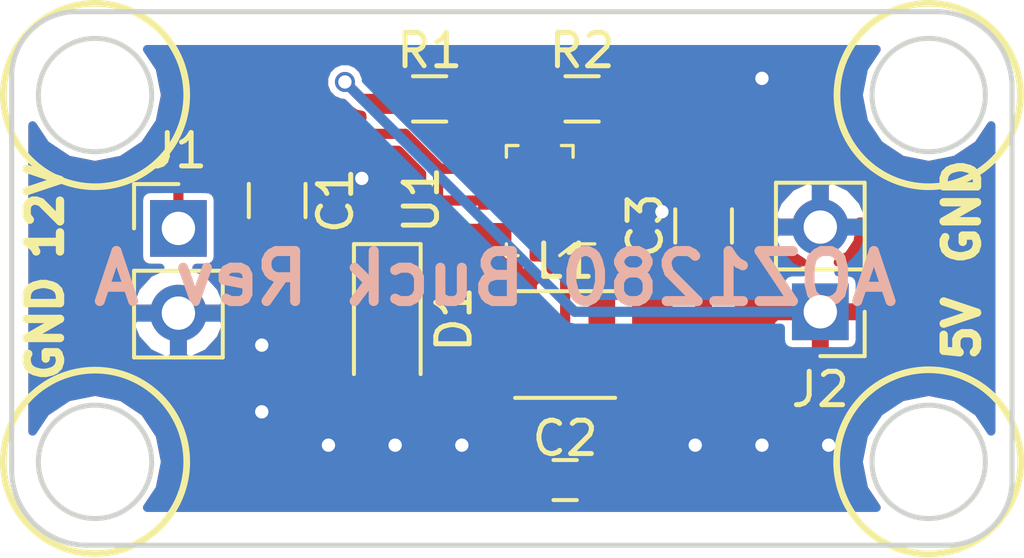
<source format=kicad_pcb>
(kicad_pcb (version 20170919) (host pcbnew "(2017-09-19 revision dddaa7e69)-makepkg")

  (general
    (thickness 1.6)
    (drawings 21)
    (tracks 44)
    (zones 0)
    (modules 10)
    (nets 7)
  )

  (page A4)
  (layers
    (0 F.Cu signal)
    (31 B.Cu signal)
    (32 B.Adhes user)
    (33 F.Adhes user)
    (34 B.Paste user)
    (35 F.Paste user)
    (36 B.SilkS user)
    (37 F.SilkS user)
    (38 B.Mask user)
    (39 F.Mask user)
    (40 Dwgs.User user)
    (41 Cmts.User user)
    (42 Eco1.User user)
    (43 Eco2.User user)
    (44 Edge.Cuts user)
    (45 Margin user)
    (46 B.CrtYd user)
    (47 F.CrtYd user)
    (48 B.Fab user)
    (49 F.Fab user)
  )

  (setup
    (last_trace_width 0.3048)
    (user_trace_width 0.3048)
    (trace_clearance 0.2)
    (zone_clearance 0.2032)
    (zone_45_only no)
    (trace_min 0.2)
    (segment_width 0.2)
    (edge_width 0.15)
    (via_size 0.6)
    (via_drill 0.4)
    (via_min_size 0.4)
    (via_min_drill 0.3)
    (uvia_size 0.3)
    (uvia_drill 0.1)
    (uvias_allowed no)
    (uvia_min_size 0.2)
    (uvia_min_drill 0.1)
    (pcb_text_width 0.3)
    (pcb_text_size 1.5 1.5)
    (mod_edge_width 0.15)
    (mod_text_size 1 1)
    (mod_text_width 0.15)
    (pad_size 1.524 1.524)
    (pad_drill 0.762)
    (pad_to_mask_clearance 0.2)
    (aux_axis_origin 0 0)
    (visible_elements 7FFFFFFF)
    (pcbplotparams
      (layerselection 0x00030_80000001)
      (usegerberextensions false)
      (usegerberattributes true)
      (usegerberadvancedattributes true)
      (creategerberjobfile true)
      (excludeedgelayer true)
      (linewidth 0.100000)
      (plotframeref false)
      (viasonmask false)
      (mode 1)
      (useauxorigin false)
      (hpglpennumber 1)
      (hpglpenspeed 20)
      (hpglpendiameter 15)
      (psnegative false)
      (psa4output false)
      (plotreference true)
      (plotvalue true)
      (plotinvisibletext false)
      (padsonsilk false)
      (subtractmaskfromsilk false)
      (outputformat 1)
      (mirror false)
      (drillshape 1)
      (scaleselection 1)
      (outputdirectory ""))
  )

  (net 0 "")
  (net 1 "Net-(C1-Pad1)")
  (net 2 GND)
  (net 3 "Net-(C2-Pad1)")
  (net 4 "Net-(C2-Pad2)")
  (net 5 "Net-(C3-Pad1)")
  (net 6 "Net-(R1-Pad2)")

  (net_class Default "This is the default net class."
    (clearance 0.2)
    (trace_width 0.25)
    (via_dia 0.6)
    (via_drill 0.4)
    (uvia_dia 0.3)
    (uvia_drill 0.1)
    (add_net GND)
    (add_net "Net-(C1-Pad1)")
    (add_net "Net-(C2-Pad1)")
    (add_net "Net-(C2-Pad2)")
    (add_net "Net-(C3-Pad1)")
    (add_net "Net-(R1-Pad2)")
  )

  (module Capacitors_SMD:C_0603_HandSoldering (layer F.Cu) (tedit 58AA848B) (tstamp 5ABE7D05)
    (at 149.098 114.046)
    (descr "Capacitor SMD 0603, hand soldering")
    (tags "capacitor 0603")
    (path /5ABE766D)
    (attr smd)
    (fp_text reference C2 (at 0 -1.25) (layer F.SilkS)
      (effects (font (size 1 1) (thickness 0.15)))
    )
    (fp_text value 10n (at 0 1.5) (layer F.Fab)
      (effects (font (size 1 1) (thickness 0.15)))
    )
    (fp_text user %R (at 0 -1.25) (layer F.Fab)
      (effects (font (size 1 1) (thickness 0.15)))
    )
    (fp_line (start -0.8 0.4) (end -0.8 -0.4) (layer F.Fab) (width 0.1))
    (fp_line (start 0.8 0.4) (end -0.8 0.4) (layer F.Fab) (width 0.1))
    (fp_line (start 0.8 -0.4) (end 0.8 0.4) (layer F.Fab) (width 0.1))
    (fp_line (start -0.8 -0.4) (end 0.8 -0.4) (layer F.Fab) (width 0.1))
    (fp_line (start -0.35 -0.6) (end 0.35 -0.6) (layer F.SilkS) (width 0.12))
    (fp_line (start 0.35 0.6) (end -0.35 0.6) (layer F.SilkS) (width 0.12))
    (fp_line (start -1.8 -0.65) (end 1.8 -0.65) (layer F.CrtYd) (width 0.05))
    (fp_line (start -1.8 -0.65) (end -1.8 0.65) (layer F.CrtYd) (width 0.05))
    (fp_line (start 1.8 0.65) (end 1.8 -0.65) (layer F.CrtYd) (width 0.05))
    (fp_line (start 1.8 0.65) (end -1.8 0.65) (layer F.CrtYd) (width 0.05))
    (pad 1 smd rect (at -0.95 0) (size 1.2 0.75) (layers F.Cu F.Paste F.Mask)
      (net 3 "Net-(C2-Pad1)"))
    (pad 2 smd rect (at 0.95 0) (size 1.2 0.75) (layers F.Cu F.Paste F.Mask)
      (net 4 "Net-(C2-Pad2)"))
    (model Capacitors_SMD.3dshapes/C_0603.wrl
      (at (xyz 0 0 0))
      (scale (xyz 1 1 1))
      (rotate (xyz 0 0 0))
    )
  )

  (module Diodes_SMD:D_SOD-123 (layer F.Cu) (tedit 58645DC7) (tstamp 5ABE7D2F)
    (at 143.764 109.22 270)
    (descr SOD-123)
    (tags SOD-123)
    (path /5ABE76FA)
    (attr smd)
    (fp_text reference D1 (at 0 -2 270) (layer F.SilkS)
      (effects (font (size 1 1) (thickness 0.15)))
    )
    (fp_text value D_Schottky (at 0 2.1 270) (layer F.Fab)
      (effects (font (size 1 1) (thickness 0.15)))
    )
    (fp_text user %R (at 0 -2 270) (layer F.Fab)
      (effects (font (size 1 1) (thickness 0.15)))
    )
    (fp_line (start -2.25 -1) (end -2.25 1) (layer F.SilkS) (width 0.12))
    (fp_line (start 0.25 0) (end 0.75 0) (layer F.Fab) (width 0.1))
    (fp_line (start 0.25 0.4) (end -0.35 0) (layer F.Fab) (width 0.1))
    (fp_line (start 0.25 -0.4) (end 0.25 0.4) (layer F.Fab) (width 0.1))
    (fp_line (start -0.35 0) (end 0.25 -0.4) (layer F.Fab) (width 0.1))
    (fp_line (start -0.35 0) (end -0.35 0.55) (layer F.Fab) (width 0.1))
    (fp_line (start -0.35 0) (end -0.35 -0.55) (layer F.Fab) (width 0.1))
    (fp_line (start -0.75 0) (end -0.35 0) (layer F.Fab) (width 0.1))
    (fp_line (start -1.4 0.9) (end -1.4 -0.9) (layer F.Fab) (width 0.1))
    (fp_line (start 1.4 0.9) (end -1.4 0.9) (layer F.Fab) (width 0.1))
    (fp_line (start 1.4 -0.9) (end 1.4 0.9) (layer F.Fab) (width 0.1))
    (fp_line (start -1.4 -0.9) (end 1.4 -0.9) (layer F.Fab) (width 0.1))
    (fp_line (start -2.35 -1.15) (end 2.35 -1.15) (layer F.CrtYd) (width 0.05))
    (fp_line (start 2.35 -1.15) (end 2.35 1.15) (layer F.CrtYd) (width 0.05))
    (fp_line (start 2.35 1.15) (end -2.35 1.15) (layer F.CrtYd) (width 0.05))
    (fp_line (start -2.35 -1.15) (end -2.35 1.15) (layer F.CrtYd) (width 0.05))
    (fp_line (start -2.25 1) (end 1.65 1) (layer F.SilkS) (width 0.12))
    (fp_line (start -2.25 -1) (end 1.65 -1) (layer F.SilkS) (width 0.12))
    (pad 1 smd rect (at -1.65 0 270) (size 0.9 1.2) (layers F.Cu F.Paste F.Mask)
      (net 3 "Net-(C2-Pad1)"))
    (pad 2 smd rect (at 1.65 0 270) (size 0.9 1.2) (layers F.Cu F.Paste F.Mask)
      (net 2 GND))
    (model ${KISYS3DMOD}/Diodes_SMD.3dshapes/D_SOD-123.wrl
      (at (xyz 0 0 0))
      (scale (xyz 1 1 1))
      (rotate (xyz 0 0 0))
    )
  )

  (module Pin_Headers:Pin_Header_Straight_1x02_Pitch2.54mm (layer F.Cu) (tedit 59650532) (tstamp 5ABE7D45)
    (at 137.5 106.5)
    (descr "Through hole straight pin header, 1x02, 2.54mm pitch, single row")
    (tags "Through hole pin header THT 1x02 2.54mm single row")
    (path /5ABE7756)
    (fp_text reference J1 (at 0 -2.33) (layer F.SilkS)
      (effects (font (size 1 1) (thickness 0.15)))
    )
    (fp_text value Conn_01x02 (at 0 4.87) (layer F.Fab)
      (effects (font (size 1 1) (thickness 0.15)))
    )
    (fp_line (start -0.635 -1.27) (end 1.27 -1.27) (layer F.Fab) (width 0.1))
    (fp_line (start 1.27 -1.27) (end 1.27 3.81) (layer F.Fab) (width 0.1))
    (fp_line (start 1.27 3.81) (end -1.27 3.81) (layer F.Fab) (width 0.1))
    (fp_line (start -1.27 3.81) (end -1.27 -0.635) (layer F.Fab) (width 0.1))
    (fp_line (start -1.27 -0.635) (end -0.635 -1.27) (layer F.Fab) (width 0.1))
    (fp_line (start -1.33 3.87) (end 1.33 3.87) (layer F.SilkS) (width 0.12))
    (fp_line (start -1.33 1.27) (end -1.33 3.87) (layer F.SilkS) (width 0.12))
    (fp_line (start 1.33 1.27) (end 1.33 3.87) (layer F.SilkS) (width 0.12))
    (fp_line (start -1.33 1.27) (end 1.33 1.27) (layer F.SilkS) (width 0.12))
    (fp_line (start -1.33 0) (end -1.33 -1.33) (layer F.SilkS) (width 0.12))
    (fp_line (start -1.33 -1.33) (end 0 -1.33) (layer F.SilkS) (width 0.12))
    (fp_line (start -1.8 -1.8) (end -1.8 4.35) (layer F.CrtYd) (width 0.05))
    (fp_line (start -1.8 4.35) (end 1.8 4.35) (layer F.CrtYd) (width 0.05))
    (fp_line (start 1.8 4.35) (end 1.8 -1.8) (layer F.CrtYd) (width 0.05))
    (fp_line (start 1.8 -1.8) (end -1.8 -1.8) (layer F.CrtYd) (width 0.05))
    (fp_text user %R (at 0 1.27 90) (layer F.Fab)
      (effects (font (size 1 1) (thickness 0.15)))
    )
    (pad 1 thru_hole rect (at 0 0) (size 1.7 1.7) (drill 1) (layers *.Cu *.Mask)
      (net 1 "Net-(C1-Pad1)"))
    (pad 2 thru_hole oval (at 0 2.54) (size 1.7 1.7) (drill 1) (layers *.Cu *.Mask)
      (net 2 GND))
    (model ${KISYS3DMOD}/Pin_Headers.3dshapes/Pin_Header_Straight_1x02_Pitch2.54mm.wrl
      (at (xyz 0 0 0))
      (scale (xyz 1 1 1))
      (rotate (xyz 0 0 0))
    )
  )

  (module Pin_Headers:Pin_Header_Straight_1x02_Pitch2.54mm (layer F.Cu) (tedit 59650532) (tstamp 5ABE7D5B)
    (at 156.75 109 180)
    (descr "Through hole straight pin header, 1x02, 2.54mm pitch, single row")
    (tags "Through hole pin header THT 1x02 2.54mm single row")
    (path /5ABE780E)
    (fp_text reference J2 (at 0 -2.33 180) (layer F.SilkS)
      (effects (font (size 1 1) (thickness 0.15)))
    )
    (fp_text value Conn_01x02 (at 0 4.87 180) (layer F.Fab)
      (effects (font (size 1 1) (thickness 0.15)))
    )
    (fp_line (start -0.635 -1.27) (end 1.27 -1.27) (layer F.Fab) (width 0.1))
    (fp_line (start 1.27 -1.27) (end 1.27 3.81) (layer F.Fab) (width 0.1))
    (fp_line (start 1.27 3.81) (end -1.27 3.81) (layer F.Fab) (width 0.1))
    (fp_line (start -1.27 3.81) (end -1.27 -0.635) (layer F.Fab) (width 0.1))
    (fp_line (start -1.27 -0.635) (end -0.635 -1.27) (layer F.Fab) (width 0.1))
    (fp_line (start -1.33 3.87) (end 1.33 3.87) (layer F.SilkS) (width 0.12))
    (fp_line (start -1.33 1.27) (end -1.33 3.87) (layer F.SilkS) (width 0.12))
    (fp_line (start 1.33 1.27) (end 1.33 3.87) (layer F.SilkS) (width 0.12))
    (fp_line (start -1.33 1.27) (end 1.33 1.27) (layer F.SilkS) (width 0.12))
    (fp_line (start -1.33 0) (end -1.33 -1.33) (layer F.SilkS) (width 0.12))
    (fp_line (start -1.33 -1.33) (end 0 -1.33) (layer F.SilkS) (width 0.12))
    (fp_line (start -1.8 -1.8) (end -1.8 4.35) (layer F.CrtYd) (width 0.05))
    (fp_line (start -1.8 4.35) (end 1.8 4.35) (layer F.CrtYd) (width 0.05))
    (fp_line (start 1.8 4.35) (end 1.8 -1.8) (layer F.CrtYd) (width 0.05))
    (fp_line (start 1.8 -1.8) (end -1.8 -1.8) (layer F.CrtYd) (width 0.05))
    (fp_text user %R (at 0 1.27 270) (layer F.Fab)
      (effects (font (size 1 1) (thickness 0.15)))
    )
    (pad 1 thru_hole rect (at 0 0 180) (size 1.7 1.7) (drill 1) (layers *.Cu *.Mask)
      (net 5 "Net-(C3-Pad1)"))
    (pad 2 thru_hole oval (at 0 2.54 180) (size 1.7 1.7) (drill 1) (layers *.Cu *.Mask)
      (net 2 GND))
    (model ${KISYS3DMOD}/Pin_Headers.3dshapes/Pin_Header_Straight_1x02_Pitch2.54mm.wrl
      (at (xyz 0 0 0))
      (scale (xyz 1 1 1))
      (rotate (xyz 0 0 0))
    )
  )

  (module Resistors_SMD:R_0603_HandSoldering (layer F.Cu) (tedit 58E0A804) (tstamp 5ABE7D7D)
    (at 145.034 102.616)
    (descr "Resistor SMD 0603, hand soldering")
    (tags "resistor 0603")
    (path /5ABE7501)
    (attr smd)
    (fp_text reference R1 (at 0 -1.45) (layer F.SilkS)
      (effects (font (size 1 1) (thickness 0.15)))
    )
    (fp_text value 49.9k (at 0 1.55) (layer F.Fab)
      (effects (font (size 1 1) (thickness 0.15)))
    )
    (fp_text user %R (at 0 0.254) (layer F.Fab)
      (effects (font (size 0.4 0.4) (thickness 0.075)))
    )
    (fp_line (start -0.8 0.4) (end -0.8 -0.4) (layer F.Fab) (width 0.1))
    (fp_line (start 0.8 0.4) (end -0.8 0.4) (layer F.Fab) (width 0.1))
    (fp_line (start 0.8 -0.4) (end 0.8 0.4) (layer F.Fab) (width 0.1))
    (fp_line (start -0.8 -0.4) (end 0.8 -0.4) (layer F.Fab) (width 0.1))
    (fp_line (start 0.5 0.68) (end -0.5 0.68) (layer F.SilkS) (width 0.12))
    (fp_line (start -0.5 -0.68) (end 0.5 -0.68) (layer F.SilkS) (width 0.12))
    (fp_line (start -1.96 -0.7) (end 1.95 -0.7) (layer F.CrtYd) (width 0.05))
    (fp_line (start -1.96 -0.7) (end -1.96 0.7) (layer F.CrtYd) (width 0.05))
    (fp_line (start 1.95 0.7) (end 1.95 -0.7) (layer F.CrtYd) (width 0.05))
    (fp_line (start 1.95 0.7) (end -1.96 0.7) (layer F.CrtYd) (width 0.05))
    (pad 1 smd rect (at -1.1 0) (size 1.2 0.9) (layers F.Cu F.Paste F.Mask)
      (net 5 "Net-(C3-Pad1)"))
    (pad 2 smd rect (at 1.1 0) (size 1.2 0.9) (layers F.Cu F.Paste F.Mask)
      (net 6 "Net-(R1-Pad2)"))
    (model ${KISYS3DMOD}/Resistors_SMD.3dshapes/R_0603.wrl
      (at (xyz 0 0 0))
      (scale (xyz 1 1 1))
      (rotate (xyz 0 0 0))
    )
  )

  (module Resistors_SMD:R_0603_HandSoldering (layer F.Cu) (tedit 58E0A804) (tstamp 5ABE7D8E)
    (at 149.606 102.616)
    (descr "Resistor SMD 0603, hand soldering")
    (tags "resistor 0603")
    (path /5ABE75B4)
    (attr smd)
    (fp_text reference R2 (at 0 -1.45) (layer F.SilkS)
      (effects (font (size 1 1) (thickness 0.15)))
    )
    (fp_text value 9.53k (at 0 1.55) (layer F.Fab)
      (effects (font (size 1 1) (thickness 0.15)))
    )
    (fp_text user %R (at 0 0) (layer F.Fab)
      (effects (font (size 0.4 0.4) (thickness 0.075)))
    )
    (fp_line (start -0.8 0.4) (end -0.8 -0.4) (layer F.Fab) (width 0.1))
    (fp_line (start 0.8 0.4) (end -0.8 0.4) (layer F.Fab) (width 0.1))
    (fp_line (start 0.8 -0.4) (end 0.8 0.4) (layer F.Fab) (width 0.1))
    (fp_line (start -0.8 -0.4) (end 0.8 -0.4) (layer F.Fab) (width 0.1))
    (fp_line (start 0.5 0.68) (end -0.5 0.68) (layer F.SilkS) (width 0.12))
    (fp_line (start -0.5 -0.68) (end 0.5 -0.68) (layer F.SilkS) (width 0.12))
    (fp_line (start -1.96 -0.7) (end 1.95 -0.7) (layer F.CrtYd) (width 0.05))
    (fp_line (start -1.96 -0.7) (end -1.96 0.7) (layer F.CrtYd) (width 0.05))
    (fp_line (start 1.95 0.7) (end 1.95 -0.7) (layer F.CrtYd) (width 0.05))
    (fp_line (start 1.95 0.7) (end -1.96 0.7) (layer F.CrtYd) (width 0.05))
    (pad 1 smd rect (at -1.1 0) (size 1.2 0.9) (layers F.Cu F.Paste F.Mask)
      (net 6 "Net-(R1-Pad2)"))
    (pad 2 smd rect (at 1.1 0) (size 1.2 0.9) (layers F.Cu F.Paste F.Mask)
      (net 2 GND))
    (model ${KISYS3DMOD}/Resistors_SMD.3dshapes/R_0603.wrl
      (at (xyz 0 0 0))
      (scale (xyz 1 1 1))
      (rotate (xyz 0 0 0))
    )
  )

  (module digikey-footprints:SOT-23-6 (layer F.Cu) (tedit 59CD696B) (tstamp 5ABE7DAA)
    (at 148.336 105.664 90)
    (path /5ABE73B3)
    (fp_text reference U1 (at 0.025 -3.55 90) (layer F.SilkS)
      (effects (font (size 1 1) (thickness 0.15)))
    )
    (fp_text value AOZ1280CI (at -0.025 3.575 90) (layer F.Fab)
      (effects (font (size 1 1) (thickness 0.15)))
    )
    (fp_text user %R (at 0.025 0 90) (layer F.Fab)
      (effects (font (size 0.75 0.75) (thickness 0.075)))
    )
    (fp_line (start -1.825 2.1) (end -1.825 -2.1) (layer F.CrtYd) (width 0.05))
    (fp_line (start 1.825 2.1) (end -1.825 2.1) (layer F.CrtYd) (width 0.05))
    (fp_line (start 1.825 -2.1) (end 1.825 2.1) (layer F.CrtYd) (width 0.05))
    (fp_line (start -1.825 -2.1) (end 1.825 -2.1) (layer F.CrtYd) (width 0.05))
    (fp_line (start -1.3 1.65) (end -1.3 1.05) (layer F.SilkS) (width 0.1))
    (fp_line (start -1.3 1.05) (end -1.65 0.6) (layer F.SilkS) (width 0.1))
    (fp_line (start 1.525 0.875) (end -1.275 0.875) (layer F.Fab) (width 0.1))
    (fp_line (start -1.525 0.55) (end -1.525 -0.875) (layer F.Fab) (width 0.1))
    (fp_line (start -1.525 0.55) (end -1.275 0.875) (layer F.Fab) (width 0.1))
    (fp_line (start -1.3 -1) (end -1.65 -1) (layer F.SilkS) (width 0.1))
    (fp_line (start -1.65 -1) (end -1.65 -0.65) (layer F.SilkS) (width 0.1))
    (fp_line (start 1.65 0.65) (end 1.65 1) (layer F.SilkS) (width 0.1))
    (fp_line (start 1.65 1) (end 1.3 1) (layer F.SilkS) (width 0.1))
    (fp_line (start 1.3 -1) (end 1.65 -1) (layer F.SilkS) (width 0.1))
    (fp_line (start 1.65 -1) (end 1.65 -0.65) (layer F.SilkS) (width 0.1))
    (fp_line (start 1.525 -0.875) (end -1.525 -0.875) (layer F.Fab) (width 0.1))
    (fp_line (start 1.525 0.875) (end 1.525 -0.875) (layer F.Fab) (width 0.1))
    (pad 3 smd rect (at 0.95 1.35 90) (size 0.55 1) (layers F.Cu F.Paste F.Mask)
      (net 6 "Net-(R1-Pad2)"))
    (pad 2 smd rect (at 0 1.35 90) (size 0.55 1) (layers F.Cu F.Paste F.Mask)
      (net 2 GND))
    (pad 1 smd rect (at -0.95 1.35 90) (size 0.55 1) (layers F.Cu F.Paste F.Mask)
      (net 4 "Net-(C2-Pad2)"))
    (pad 4 smd rect (at 0.95 -1.35 90) (size 0.55 1) (layers F.Cu F.Paste F.Mask)
      (net 1 "Net-(C1-Pad1)"))
    (pad 5 smd rect (at 0 -1.35 90) (size 0.55 1) (layers F.Cu F.Paste F.Mask)
      (net 1 "Net-(C1-Pad1)"))
    (pad 6 smd rect (at -0.95 -1.35 90) (size 0.55 1) (layers F.Cu F.Paste F.Mask)
      (net 3 "Net-(C2-Pad1)"))
  )

  (module Capacitors_SMD:C_0805_HandSoldering (layer F.Cu) (tedit 58AA84A8) (tstamp 5AC29496)
    (at 140.462 105.664 270)
    (descr "Capacitor SMD 0805, hand soldering")
    (tags "capacitor 0805")
    (path /5ABE745E)
    (attr smd)
    (fp_text reference C1 (at 0 -1.75 270) (layer F.SilkS)
      (effects (font (size 1 1) (thickness 0.15)))
    )
    (fp_text value 10u (at 0 1.75 270) (layer F.Fab)
      (effects (font (size 1 1) (thickness 0.15)))
    )
    (fp_line (start 2.25 0.87) (end -2.25 0.87) (layer F.CrtYd) (width 0.05))
    (fp_line (start 2.25 0.87) (end 2.25 -0.88) (layer F.CrtYd) (width 0.05))
    (fp_line (start -2.25 -0.88) (end -2.25 0.87) (layer F.CrtYd) (width 0.05))
    (fp_line (start -2.25 -0.88) (end 2.25 -0.88) (layer F.CrtYd) (width 0.05))
    (fp_line (start -0.5 0.85) (end 0.5 0.85) (layer F.SilkS) (width 0.12))
    (fp_line (start 0.5 -0.85) (end -0.5 -0.85) (layer F.SilkS) (width 0.12))
    (fp_line (start -1 -0.62) (end 1 -0.62) (layer F.Fab) (width 0.1))
    (fp_line (start 1 -0.62) (end 1 0.62) (layer F.Fab) (width 0.1))
    (fp_line (start 1 0.62) (end -1 0.62) (layer F.Fab) (width 0.1))
    (fp_line (start -1 0.62) (end -1 -0.62) (layer F.Fab) (width 0.1))
    (fp_text user %R (at 0 -1.75 270) (layer F.Fab)
      (effects (font (size 1 1) (thickness 0.15)))
    )
    (pad 2 smd rect (at 1.25 0 270) (size 1.5 1.25) (layers F.Cu F.Paste F.Mask)
      (net 2 GND))
    (pad 1 smd rect (at -1.25 0 270) (size 1.5 1.25) (layers F.Cu F.Paste F.Mask)
      (net 1 "Net-(C1-Pad1)"))
    (model Capacitors_SMD.3dshapes/C_0805.wrl
      (at (xyz 0 0 0))
      (scale (xyz 1 1 1))
      (rotate (xyz 0 0 0))
    )
  )

  (module Capacitors_SMD:C_0805_HandSoldering (layer F.Cu) (tedit 58AA84A8) (tstamp 5AC294A6)
    (at 153.25 106.426 90)
    (descr "Capacitor SMD 0805, hand soldering")
    (tags "capacitor 0805")
    (path /5AC220D5)
    (attr smd)
    (fp_text reference C3 (at 0 -1.75 90) (layer F.SilkS)
      (effects (font (size 1 1) (thickness 0.15)))
    )
    (fp_text value 10u (at 0 1.75 90) (layer F.Fab)
      (effects (font (size 1 1) (thickness 0.15)))
    )
    (fp_text user %R (at 0 -1.75 90) (layer F.Fab)
      (effects (font (size 1 1) (thickness 0.15)))
    )
    (fp_line (start -1 0.62) (end -1 -0.62) (layer F.Fab) (width 0.1))
    (fp_line (start 1 0.62) (end -1 0.62) (layer F.Fab) (width 0.1))
    (fp_line (start 1 -0.62) (end 1 0.62) (layer F.Fab) (width 0.1))
    (fp_line (start -1 -0.62) (end 1 -0.62) (layer F.Fab) (width 0.1))
    (fp_line (start 0.5 -0.85) (end -0.5 -0.85) (layer F.SilkS) (width 0.12))
    (fp_line (start -0.5 0.85) (end 0.5 0.85) (layer F.SilkS) (width 0.12))
    (fp_line (start -2.25 -0.88) (end 2.25 -0.88) (layer F.CrtYd) (width 0.05))
    (fp_line (start -2.25 -0.88) (end -2.25 0.87) (layer F.CrtYd) (width 0.05))
    (fp_line (start 2.25 0.87) (end 2.25 -0.88) (layer F.CrtYd) (width 0.05))
    (fp_line (start 2.25 0.87) (end -2.25 0.87) (layer F.CrtYd) (width 0.05))
    (pad 1 smd rect (at -1.25 0 90) (size 1.5 1.25) (layers F.Cu F.Paste F.Mask)
      (net 5 "Net-(C3-Pad1)"))
    (pad 2 smd rect (at 1.25 0 90) (size 1.5 1.25) (layers F.Cu F.Paste F.Mask)
      (net 2 GND))
    (model Capacitors_SMD.3dshapes/C_0805.wrl
      (at (xyz 0 0 0))
      (scale (xyz 1 1 1))
      (rotate (xyz 0 0 0))
    )
  )

  (module Inductors_SMD:L_Taiyo-Yuden_MD-3030 (layer F.Cu) (tedit 5990349C) (tstamp 5AC294B6)
    (at 149.098 109.982)
    (descr "Inductor, Taiyo Yuden, MD series, Taiyo-Yuden_MD-3030, 3.0mmx3.0mm")
    (tags "inductor taiyo-yuden md smd")
    (path /5ABE75FE)
    (attr smd)
    (fp_text reference L1 (at 0 -2.5) (layer F.SilkS)
      (effects (font (size 1 1) (thickness 0.15)))
    )
    (fp_text value 4.7u (at 0 3) (layer F.Fab)
      (effects (font (size 1 1) (thickness 0.15)))
    )
    (fp_line (start 1.8 -1.8) (end -1.8 -1.8) (layer F.CrtYd) (width 0.05))
    (fp_line (start 1.8 1.8) (end 1.8 -1.8) (layer F.CrtYd) (width 0.05))
    (fp_line (start -1.8 1.8) (end 1.8 1.8) (layer F.CrtYd) (width 0.05))
    (fp_line (start -1.8 -1.8) (end -1.8 1.8) (layer F.CrtYd) (width 0.05))
    (fp_line (start -1.5 1.6) (end 1.5 1.6) (layer F.SilkS) (width 0.12))
    (fp_line (start -1.5 -1.6) (end 1.5 -1.6) (layer F.SilkS) (width 0.12))
    (fp_line (start 1.5 -1.5) (end -1.5 -1.5) (layer F.Fab) (width 0.1))
    (fp_line (start 1.5 1.5) (end 1.5 -1.5) (layer F.Fab) (width 0.1))
    (fp_line (start -1.5 1.5) (end 1.5 1.5) (layer F.Fab) (width 0.1))
    (fp_line (start -1.5 -1.5) (end -1.5 1.5) (layer F.Fab) (width 0.1))
    (fp_text user %R (at 0 0) (layer F.Fab)
      (effects (font (size 0.7 0.7) (thickness 0.105)))
    )
    (pad 2 smd rect (at 1.1 0) (size 0.8 2.7) (layers F.Cu F.Paste F.Mask)
      (net 5 "Net-(C3-Pad1)"))
    (pad 1 smd rect (at -1.1 0) (size 0.8 2.7) (layers F.Cu F.Paste F.Mask)
      (net 3 "Net-(C2-Pad1)"))
    (model ${KISYS3DMOD}/Inductors_SMD.3dshapes/L_Taiyo-Yuden_MD-3030.wrl
      (at (xyz 0 0 0))
      (scale (xyz 1 1 1))
      (rotate (xyz 0 0 0))
    )
  )

  (gr_circle (center 160 113.5) (end 162.75 113.25) (layer F.SilkS) (width 0.2))
  (gr_circle (center 160 102.5) (end 162.75 102.5) (layer F.SilkS) (width 0.2))
  (gr_circle (center 135 113.5) (end 137.75 113.5) (layer F.SilkS) (width 0.2))
  (gr_circle (center 135 102.5) (end 137.75 102.5) (layer F.SilkS) (width 0.2))
  (gr_text 5V (at 161 109.5 90) (layer F.SilkS)
    (effects (font (size 1 1) (thickness 0.25)))
  )
  (gr_text GND (at 161 106 90) (layer F.SilkS)
    (effects (font (size 1 1) (thickness 0.25)))
  )
  (gr_text GND (at 133.5 109.5 90) (layer F.SilkS)
    (effects (font (size 1 1) (thickness 0.25)))
  )
  (gr_text 12V (at 133.5 106 90) (layer F.SilkS)
    (effects (font (size 1 1) (thickness 0.25)))
  )
  (gr_text "AOZ1280 Buck Rev A" (at 147 108) (layer B.SilkS)
    (effects (font (size 1.5 1.5) (thickness 0.3)) (justify mirror))
  )
  (gr_line (start 134.442742 100) (end 160.237258 100) (angle 90) (layer Edge.Cuts) (width 0.15))
  (gr_line (start 162.5 102.262742) (end 162.5 114.057258) (angle 90) (layer Edge.Cuts) (width 0.15))
  (gr_line (start 160.557258 116) (end 134.762742 116) (angle 90) (layer Edge.Cuts) (width 0.15))
  (gr_line (start 132.5 113.737258) (end 132.5 101.942742) (angle 90) (layer Edge.Cuts) (width 0.15))
  (gr_circle (center 135 102.5) (end 133.3 102.5) (layer Edge.Cuts) (width 0.15))
  (gr_circle (center 135 113.5) (end 133.3 113.5) (layer Edge.Cuts) (width 0.15))
  (gr_circle (center 160 102.5) (end 158.3 102.5) (layer Edge.Cuts) (width 0.15))
  (gr_circle (center 160 113.5) (end 158.3 113.5) (layer Edge.Cuts) (width 0.15))
  (gr_arc (start 160.237258 102.262742) (end 162.5 102.262742) (angle -90) (layer Edge.Cuts) (width 0.15))
  (gr_arc (start 134.762742 113.737258) (end 132.5 113.737258) (angle -90) (layer Edge.Cuts) (width 0.15))
  (gr_arc (start 160.557258 114.057258) (end 160.557258 116) (angle -90) (layer Edge.Cuts) (width 0.15))
  (gr_arc (start 134.442742 101.942742) (end 134.442742 100) (angle -90) (layer Edge.Cuts) (width 0.15))

  (segment (start 137.5 106.5) (end 137.5 105.3452) (width 0.3048) (layer F.Cu) (net 1))
  (segment (start 137.5 105.3452) (end 138.4312 104.414) (width 0.3048) (layer F.Cu) (net 1))
  (segment (start 138.4312 104.414) (end 139.5322 104.414) (width 0.3048) (layer F.Cu) (net 1))
  (segment (start 139.5322 104.414) (end 140.462 104.414) (width 0.3048) (layer F.Cu) (net 1))
  (segment (start 144.304 103.664) (end 145.034 104.394) (width 0.3048) (layer F.Cu) (net 1))
  (segment (start 145.034 104.394) (end 145.354 104.714) (width 0.3048) (layer F.Cu) (net 1))
  (segment (start 145.288 105.664) (end 145.288 104.648) (width 0.3048) (layer F.Cu) (net 1))
  (segment (start 145.288 104.648) (end 145.034 104.394) (width 0.3048) (layer F.Cu) (net 1))
  (segment (start 146.986 105.664) (end 145.288 105.664) (width 0.3048) (layer F.Cu) (net 1))
  (segment (start 145.354 104.714) (end 146.986 104.714) (width 0.3048) (layer F.Cu) (net 1))
  (segment (start 140.462 103.664) (end 144.304 103.664) (width 0.3048) (layer F.Cu) (net 1))
  (via (at 143 105) (size 0.6) (drill 0.4) (layers F.Cu B.Cu) (net 2))
  (via (at 140 110) (size 0.6) (drill 0.4) (layers F.Cu B.Cu) (net 2))
  (via (at 140 112) (size 0.6) (drill 0.4) (layers F.Cu B.Cu) (net 2))
  (via (at 142 113) (size 0.6) (drill 0.4) (layers F.Cu B.Cu) (net 2))
  (via (at 144 113) (size 0.6) (drill 0.4) (layers F.Cu B.Cu) (net 2))
  (via (at 146 113) (size 0.6) (drill 0.4) (layers F.Cu B.Cu) (net 2))
  (via (at 157 113) (size 0.6) (drill 0.4) (layers F.Cu B.Cu) (net 2))
  (via (at 155 113) (size 0.6) (drill 0.4) (layers F.Cu B.Cu) (net 2))
  (via (at 153 113) (size 0.6) (drill 0.4) (layers F.Cu B.Cu) (net 2))
  (via (at 152 106) (size 0.6) (drill 0.4) (layers F.Cu B.Cu) (net 2))
  (via (at 155 102) (size 0.6) (drill 0.4) (layers F.Cu B.Cu) (net 2))
  (segment (start 147.998 109.982) (end 147.998 113.896) (width 0.3048) (layer F.Cu) (net 3))
  (segment (start 147.998 113.896) (end 148.148 114.046) (width 0.3048) (layer F.Cu) (net 3))
  (segment (start 147.923 114.046) (end 148.148 114.046) (width 0.3048) (layer F.Cu) (net 3))
  (segment (start 143.764 107.57) (end 144.6688 107.57) (width 0.3048) (layer F.Cu) (net 3))
  (segment (start 144.6688 107.57) (end 145.6248 106.614) (width 0.3048) (layer F.Cu) (net 3))
  (segment (start 145.6248 106.614) (end 146.986 106.614) (width 0.3048) (layer F.Cu) (net 3))
  (segment (start 149.098 107.95) (end 149.686 107.362) (width 0.3048) (layer F.Cu) (net 4))
  (segment (start 149.686 107.362) (end 149.686 106.614) (width 0.3048) (layer F.Cu) (net 4))
  (segment (start 149.098 112.014) (end 149.098 107.95) (width 0.3048) (layer F.Cu) (net 4))
  (segment (start 150.048 112.964) (end 149.098 112.014) (width 0.3048) (layer F.Cu) (net 4))
  (segment (start 150.048 114.046) (end 150.048 112.964) (width 0.3048) (layer F.Cu) (net 4))
  (segment (start 156.75 109) (end 149.386 109) (width 0.3048) (layer B.Cu) (net 5))
  (segment (start 149.386 109) (end 142.494 102.108) (width 0.3048) (layer B.Cu) (net 5))
  (segment (start 143.934 102.616) (end 143.002 102.616) (width 0.3048) (layer F.Cu) (net 5))
  (segment (start 143.002 102.616) (end 142.494 102.108) (width 0.3048) (layer F.Cu) (net 5))
  (via (at 142.494 102.108) (size 0.6) (drill 0.4) (layers F.Cu B.Cu) (net 5))
  (segment (start 149.606 103.632) (end 149.686 103.712) (width 0.3048) (layer F.Cu) (net 6))
  (segment (start 149.686 103.712) (end 149.686 104.714) (width 0.3048) (layer F.Cu) (net 6))
  (segment (start 148.7672 103.632) (end 149.606 103.632) (width 0.3048) (layer F.Cu) (net 6))
  (segment (start 148.506 102.616) (end 148.506 103.3708) (width 0.3048) (layer F.Cu) (net 6))
  (segment (start 148.506 103.3708) (end 148.7672 103.632) (width 0.3048) (layer F.Cu) (net 6))
  (segment (start 146.134 102.616) (end 148.506 102.616) (width 0.3048) (layer F.Cu) (net 6))

  (zone (net 3) (net_name "Net-(C2-Pad1)") (layer F.Cu) (tstamp 0) (hatch edge 0.508)
    (priority 1)
    (connect_pads (clearance 0.2032))
    (min_thickness 0.254)
    (fill yes (arc_segments 16) (thermal_gap 0.508) (thermal_bridge_width 0.508))
    (polygon
      (pts
        (xy 147.828 106.172) (xy 142.494 106.172) (xy 142.494 108.204) (xy 145.542 108.204) (xy 145.542 111.76)
        (xy 148.336 111.76) (xy 148.336 107.696) (xy 147.828 107.696)
      )
    )
    (filled_polygon
      (pts
        (xy 145.851 106.32825) (xy 146.00975 106.487) (xy 146.859 106.487) (xy 146.859 106.467) (xy 147.113 106.467)
        (xy 147.113 106.487) (xy 147.133 106.487) (xy 147.133 106.741) (xy 147.113 106.741) (xy 147.113 107.36525)
        (xy 147.27175 107.524) (xy 147.61231 107.524) (xy 147.701 107.487263) (xy 147.701 107.696) (xy 147.710667 107.744601)
        (xy 147.738197 107.785803) (xy 147.779399 107.813333) (xy 147.828 107.823) (xy 148.209 107.823) (xy 148.209 108.07175)
        (xy 148.125 108.15575) (xy 148.125 109.855) (xy 148.145 109.855) (xy 148.145 110.109) (xy 148.125 110.109)
        (xy 148.125 110.129) (xy 147.871 110.129) (xy 147.871 110.109) (xy 147.12175 110.109) (xy 146.963 110.26775)
        (xy 146.963 111.45831) (xy 147.035359 111.633) (xy 145.669 111.633) (xy 145.669 108.50569) (xy 146.963 108.50569)
        (xy 146.963 109.69625) (xy 147.12175 109.855) (xy 147.871 109.855) (xy 147.871 108.15575) (xy 147.71225 107.997)
        (xy 147.471691 107.997) (xy 147.238302 108.093673) (xy 147.059673 108.272301) (xy 146.963 108.50569) (xy 145.669 108.50569)
        (xy 145.669 108.204) (xy 145.659333 108.155399) (xy 145.631803 108.114197) (xy 145.590601 108.086667) (xy 145.542 108.077)
        (xy 144.999 108.077) (xy 144.999 107.85575) (xy 144.84025 107.697) (xy 143.891 107.697) (xy 143.891 107.717)
        (xy 143.637 107.717) (xy 143.637 107.697) (xy 143.617 107.697) (xy 143.617 107.443) (xy 143.637 107.443)
        (xy 143.637 106.64375) (xy 143.891 106.64375) (xy 143.891 107.443) (xy 144.84025 107.443) (xy 144.999 107.28425)
        (xy 144.999 106.993691) (xy 144.960089 106.89975) (xy 145.851 106.89975) (xy 145.851 107.015309) (xy 145.947673 107.248698)
        (xy 146.126301 107.427327) (xy 146.35969 107.524) (xy 146.70025 107.524) (xy 146.859 107.36525) (xy 146.859 106.741)
        (xy 146.00975 106.741) (xy 145.851 106.89975) (xy 144.960089 106.89975) (xy 144.902327 106.760302) (xy 144.723699 106.581673)
        (xy 144.49031 106.485) (xy 144.04975 106.485) (xy 143.891 106.64375) (xy 143.637 106.64375) (xy 143.47825 106.485)
        (xy 143.03769 106.485) (xy 142.804301 106.581673) (xy 142.625673 106.760302) (xy 142.621 106.771584) (xy 142.621 106.299)
        (xy 145.851 106.299)
      )
    )
  )
  (zone (net 5) (net_name "Net-(C3-Pad1)") (layer F.Cu) (tstamp 0) (hatch edge 0.508)
    (priority 1)
    (connect_pads (clearance 0.2032))
    (min_thickness 0.254)
    (fill yes (arc_segments 16) (thermal_gap 0.508) (thermal_bridge_width 0.508))
    (polygon
      (pts
        (xy 149.86 108.204) (xy 149.86 111.76) (xy 161.036 111.76) (xy 161.036 106.172) (xy 156.718 106.172)
        (xy 156.718 107.188) (xy 150.876 107.188) (xy 150.876 108.204)
      )
    )
    (filled_polygon
      (pts
        (xy 160.909 111.624122) (xy 160.805625 111.555049) (xy 160 111.3948) (xy 159.194375 111.555049) (xy 159.077713 111.633)
        (xy 151.160641 111.633) (xy 151.233 111.45831) (xy 151.233 110.26775) (xy 151.07425 110.109) (xy 150.325 110.109)
        (xy 150.325 110.129) (xy 150.071 110.129) (xy 150.071 110.109) (xy 150.051 110.109) (xy 150.051 109.855)
        (xy 150.071 109.855) (xy 150.071 109.835) (xy 150.325 109.835) (xy 150.325 109.855) (xy 151.07425 109.855)
        (xy 151.233 109.69625) (xy 151.233 109.28575) (xy 155.265 109.28575) (xy 155.265 109.97631) (xy 155.361673 110.209699)
        (xy 155.540302 110.388327) (xy 155.773691 110.485) (xy 156.46425 110.485) (xy 156.623 110.32625) (xy 156.623 109.127)
        (xy 156.877 109.127) (xy 156.877 110.32625) (xy 157.03575 110.485) (xy 157.726309 110.485) (xy 157.959698 110.388327)
        (xy 158.138327 110.209699) (xy 158.235 109.97631) (xy 158.235 109.28575) (xy 158.07625 109.127) (xy 156.877 109.127)
        (xy 156.623 109.127) (xy 155.42375 109.127) (xy 155.265 109.28575) (xy 151.233 109.28575) (xy 151.233 108.50569)
        (xy 151.136327 108.272301) (xy 151.003 108.138975) (xy 151.003 107.96175) (xy 151.99 107.96175) (xy 151.99 108.552309)
        (xy 152.086673 108.785698) (xy 152.265301 108.964327) (xy 152.49869 109.061) (xy 152.96425 109.061) (xy 153.123 108.90225)
        (xy 153.123 107.803) (xy 153.377 107.803) (xy 153.377 108.90225) (xy 153.53575 109.061) (xy 154.00131 109.061)
        (xy 154.234699 108.964327) (xy 154.413327 108.785698) (xy 154.51 108.552309) (xy 154.51 107.96175) (xy 154.35125 107.803)
        (xy 153.377 107.803) (xy 153.123 107.803) (xy 152.14875 107.803) (xy 151.99 107.96175) (xy 151.003 107.96175)
        (xy 151.003 107.315) (xy 151.99 107.315) (xy 151.99 107.39025) (xy 152.14875 107.549) (xy 153.123 107.549)
        (xy 153.123 107.529) (xy 153.377 107.529) (xy 153.377 107.549) (xy 154.35125 107.549) (xy 154.51 107.39025)
        (xy 154.51 107.315) (xy 155.922992 107.315) (xy 156.222312 107.515) (xy 155.773691 107.515) (xy 155.540302 107.611673)
        (xy 155.361673 107.790301) (xy 155.265 108.02369) (xy 155.265 108.71425) (xy 155.42375 108.873) (xy 156.623 108.873)
        (xy 156.623 108.853) (xy 156.877 108.853) (xy 156.877 108.873) (xy 158.07625 108.873) (xy 158.235 108.71425)
        (xy 158.235 108.02369) (xy 158.138327 107.790301) (xy 157.959698 107.611673) (xy 157.726309 107.515) (xy 157.277688 107.515)
        (xy 157.607648 107.294527) (xy 157.863484 106.911643) (xy 157.953321 106.46) (xy 157.921296 106.299) (xy 160.909 106.299)
      )
    )
  )
  (zone (net 2) (net_name GND) (layer B.Cu) (tstamp 0) (hatch edge 0.508)
    (connect_pads (clearance 0.2032))
    (min_thickness 0.254)
    (fill yes (arc_segments 16) (thermal_gap 0.508) (thermal_bridge_width 0.508))
    (polygon
      (pts
        (xy 133 101) (xy 162 101) (xy 162 115) (xy 133 115)
      )
    )
    (filled_polygon
      (pts
        (xy 158.055049 101.694375) (xy 157.8948 102.5) (xy 158.055049 103.305625) (xy 158.511399 103.988601) (xy 159.194375 104.444951)
        (xy 160 104.6052) (xy 160.805625 104.444951) (xy 161.488601 103.988601) (xy 161.873 103.413307) (xy 161.873 112.586693)
        (xy 161.488601 112.011399) (xy 160.805625 111.555049) (xy 160 111.3948) (xy 159.194375 111.555049) (xy 158.511399 112.011399)
        (xy 158.055049 112.694375) (xy 157.8948 113.5) (xy 158.055049 114.305625) (xy 158.434157 114.873) (xy 136.565843 114.873)
        (xy 136.944951 114.305625) (xy 137.1052 113.5) (xy 136.944951 112.694375) (xy 136.488601 112.011399) (xy 135.805625 111.555049)
        (xy 135 111.3948) (xy 134.194375 111.555049) (xy 133.511399 112.011399) (xy 133.127 112.586693) (xy 133.127 109.39689)
        (xy 136.058524 109.39689) (xy 136.228355 109.806924) (xy 136.618642 110.235183) (xy 137.143108 110.481486) (xy 137.373 110.360819)
        (xy 137.373 109.167) (xy 137.627 109.167) (xy 137.627 110.360819) (xy 137.856892 110.481486) (xy 138.381358 110.235183)
        (xy 138.771645 109.806924) (xy 138.941476 109.39689) (xy 138.820155 109.167) (xy 137.627 109.167) (xy 137.373 109.167)
        (xy 136.179845 109.167) (xy 136.058524 109.39689) (xy 133.127 109.39689) (xy 133.127 108.68311) (xy 136.058524 108.68311)
        (xy 136.179845 108.913) (xy 137.373 108.913) (xy 137.373 108.893) (xy 137.627 108.893) (xy 137.627 108.913)
        (xy 138.820155 108.913) (xy 138.941476 108.68311) (xy 138.771645 108.273076) (xy 138.381358 107.844817) (xy 138.044605 107.686669)
        (xy 138.35 107.686669) (xy 138.478838 107.661042) (xy 138.588061 107.588061) (xy 138.661042 107.478838) (xy 138.686669 107.35)
        (xy 138.686669 105.65) (xy 138.661042 105.521162) (xy 138.588061 105.411939) (xy 138.478838 105.338958) (xy 138.35 105.313331)
        (xy 136.65 105.313331) (xy 136.521162 105.338958) (xy 136.411939 105.411939) (xy 136.338958 105.521162) (xy 136.313331 105.65)
        (xy 136.313331 107.35) (xy 136.338958 107.478838) (xy 136.411939 107.588061) (xy 136.521162 107.661042) (xy 136.65 107.686669)
        (xy 136.955395 107.686669) (xy 136.618642 107.844817) (xy 136.228355 108.273076) (xy 136.058524 108.68311) (xy 133.127 108.68311)
        (xy 133.127 103.413307) (xy 133.511399 103.988601) (xy 134.194375 104.444951) (xy 135 104.6052) (xy 135.805625 104.444951)
        (xy 136.488601 103.988601) (xy 136.944951 103.305625) (xy 137.1052 102.5) (xy 137.052052 102.232805) (xy 141.863691 102.232805)
        (xy 141.959431 102.464513) (xy 142.136554 102.641946) (xy 142.368096 102.73809) (xy 142.441654 102.738154) (xy 149.04475 109.34125)
        (xy 149.201317 109.445864) (xy 149.386 109.4826) (xy 155.563331 109.4826) (xy 155.563331 109.85) (xy 155.588958 109.978838)
        (xy 155.661939 110.088061) (xy 155.771162 110.161042) (xy 155.9 110.186669) (xy 157.6 110.186669) (xy 157.728838 110.161042)
        (xy 157.838061 110.088061) (xy 157.911042 109.978838) (xy 157.936669 109.85) (xy 157.936669 108.15) (xy 157.911042 108.021162)
        (xy 157.838061 107.911939) (xy 157.728838 107.838958) (xy 157.6 107.813331) (xy 157.294605 107.813331) (xy 157.631358 107.655183)
        (xy 158.021645 107.226924) (xy 158.191476 106.81689) (xy 158.070155 106.587) (xy 156.877 106.587) (xy 156.877 106.607)
        (xy 156.623 106.607) (xy 156.623 106.587) (xy 155.429845 106.587) (xy 155.308524 106.81689) (xy 155.478355 107.226924)
        (xy 155.868642 107.655183) (xy 156.205395 107.813331) (xy 155.9 107.813331) (xy 155.771162 107.838958) (xy 155.661939 107.911939)
        (xy 155.588958 108.021162) (xy 155.563331 108.15) (xy 155.563331 108.5174) (xy 149.5859 108.5174) (xy 147.17161 106.10311)
        (xy 155.308524 106.10311) (xy 155.429845 106.333) (xy 156.623 106.333) (xy 156.623 105.139181) (xy 156.877 105.139181)
        (xy 156.877 106.333) (xy 158.070155 106.333) (xy 158.191476 106.10311) (xy 158.021645 105.693076) (xy 157.631358 105.264817)
        (xy 157.106892 105.018514) (xy 156.877 105.139181) (xy 156.623 105.139181) (xy 156.393108 105.018514) (xy 155.868642 105.264817)
        (xy 155.478355 105.693076) (xy 155.308524 106.10311) (xy 147.17161 106.10311) (xy 143.124246 102.055746) (xy 143.124309 101.983195)
        (xy 143.028569 101.751487) (xy 142.851446 101.574054) (xy 142.619904 101.47791) (xy 142.369195 101.477691) (xy 142.137487 101.573431)
        (xy 141.960054 101.750554) (xy 141.86391 101.982096) (xy 141.863691 102.232805) (xy 137.052052 102.232805) (xy 136.944951 101.694375)
        (xy 136.565843 101.127) (xy 158.434157 101.127)
      )
    )
  )
  (zone (net 2) (net_name GND) (layer F.Cu) (tstamp 5ABE8035) (hatch edge 0.508)
    (connect_pads (clearance 0.2032))
    (min_thickness 0.254)
    (fill yes (arc_segments 16) (thermal_gap 0.508) (thermal_bridge_width 0.508))
    (polygon
      (pts
        (xy 133 101) (xy 162 101) (xy 162 115) (xy 133 115)
      )
    )
    (filled_polygon
      (pts
        (xy 158.055049 101.694375) (xy 157.8948 102.5) (xy 158.055049 103.305625) (xy 158.511399 103.988601) (xy 159.194375 104.444951)
        (xy 160 104.6052) (xy 160.805625 104.444951) (xy 161.488601 103.988601) (xy 161.873 103.413307) (xy 161.873 112.586693)
        (xy 161.488601 112.011399) (xy 161.328844 111.904653) (xy 161.341065 111.886362) (xy 161.3662 111.76) (xy 161.3662 106.172)
        (xy 161.341065 106.045638) (xy 161.269487 105.938513) (xy 161.162362 105.866935) (xy 161.036 105.8418) (xy 158.083245 105.8418)
        (xy 158.021645 105.693076) (xy 157.631358 105.264817) (xy 157.106892 105.018514) (xy 156.877 105.139181) (xy 156.877 105.8418)
        (xy 156.718 105.8418) (xy 156.623 105.860697) (xy 156.623 105.139181) (xy 156.393108 105.018514) (xy 155.868642 105.264817)
        (xy 155.478355 105.693076) (xy 155.308524 106.10311) (xy 155.429845 106.333) (xy 156.3878 106.333) (xy 156.3878 106.587)
        (xy 155.429845 106.587) (xy 155.308524 106.81689) (xy 155.325468 106.8578) (xy 154.198103 106.8578) (xy 154.186042 106.797162)
        (xy 154.113061 106.687939) (xy 154.003838 106.614958) (xy 153.875 106.589331) (xy 152.625 106.589331) (xy 152.496162 106.614958)
        (xy 152.386939 106.687939) (xy 152.313958 106.797162) (xy 152.301897 106.8578) (xy 150.876 106.8578) (xy 150.749638 106.882935)
        (xy 150.642513 106.954513) (xy 150.570935 107.061638) (xy 150.5458 107.188) (xy 150.5458 107.8738) (xy 149.86 107.8738)
        (xy 149.85588 107.87462) (xy 150.027247 107.703252) (xy 150.02725 107.70325) (xy 150.131864 107.546683) (xy 150.140327 107.504136)
        (xy 150.168601 107.362) (xy 150.1686 107.361995) (xy 150.1686 107.225669) (xy 150.186 107.225669) (xy 150.314838 107.200042)
        (xy 150.424061 107.127061) (xy 150.497042 107.017838) (xy 150.522669 106.889) (xy 150.522669 106.486866) (xy 150.545699 106.477327)
        (xy 150.724327 106.298698) (xy 150.821 106.065309) (xy 150.821 105.94975) (xy 150.66225 105.791) (xy 149.813 105.791)
        (xy 149.813 105.811) (xy 149.559 105.811) (xy 149.559 105.791) (xy 148.70975 105.791) (xy 148.551 105.94975)
        (xy 148.551 106.065309) (xy 148.647673 106.298698) (xy 148.826301 106.477327) (xy 148.849331 106.486866) (xy 148.849331 106.889)
        (xy 148.874958 107.017838) (xy 148.947939 107.127061) (xy 149.057162 107.200042) (xy 149.147491 107.218009) (xy 148.75675 107.60875)
        (xy 148.6662 107.744269) (xy 148.6662 107.696) (xy 148.641065 107.569638) (xy 148.569487 107.462513) (xy 148.462362 107.390935)
        (xy 148.336 107.3658) (xy 148.1582 107.3658) (xy 148.1582 106.172) (xy 148.133065 106.045638) (xy 148.061487 105.938513)
        (xy 147.954362 105.866935) (xy 147.828 105.8418) (xy 147.822669 105.8418) (xy 147.822669 105.389) (xy 147.797042 105.260162)
        (xy 147.749493 105.189) (xy 147.797042 105.117838) (xy 147.822669 104.989) (xy 147.822669 104.439) (xy 147.797042 104.310162)
        (xy 147.724061 104.200939) (xy 147.614838 104.127958) (xy 147.486 104.102331) (xy 146.486 104.102331) (xy 146.357162 104.127958)
        (xy 146.247939 104.200939) (xy 146.227585 104.2314) (xy 145.5539 104.2314) (xy 144.68484 103.36234) (xy 144.772061 103.304061)
        (xy 144.845042 103.194838) (xy 144.870669 103.066) (xy 144.870669 102.166) (xy 145.197331 102.166) (xy 145.197331 103.066)
        (xy 145.222958 103.194838) (xy 145.295939 103.304061) (xy 145.405162 103.377042) (xy 145.534 103.402669) (xy 146.734 103.402669)
        (xy 146.862838 103.377042) (xy 146.972061 103.304061) (xy 147.045042 103.194838) (xy 147.064185 103.0986) (xy 147.575815 103.0986)
        (xy 147.594958 103.194838) (xy 147.667939 103.304061) (xy 147.777162 103.377042) (xy 147.906 103.402669) (xy 148.029739 103.402669)
        (xy 148.060136 103.555483) (xy 148.16475 103.71205) (xy 148.425948 103.973247) (xy 148.42595 103.97325) (xy 148.565213 104.066302)
        (xy 148.582517 104.077864) (xy 148.7672 104.114601) (xy 148.767205 104.1146) (xy 149.124318 104.1146) (xy 149.057162 104.127958)
        (xy 148.947939 104.200939) (xy 148.874958 104.310162) (xy 148.849331 104.439) (xy 148.849331 104.841134) (xy 148.826301 104.850673)
        (xy 148.647673 105.029302) (xy 148.551 105.262691) (xy 148.551 105.37825) (xy 148.70975 105.537) (xy 149.559 105.537)
        (xy 149.559 105.517) (xy 149.813 105.517) (xy 149.813 105.537) (xy 150.66225 105.537) (xy 150.7375 105.46175)
        (xy 151.99 105.46175) (xy 151.99 106.052309) (xy 152.086673 106.285698) (xy 152.265301 106.464327) (xy 152.49869 106.561)
        (xy 152.96425 106.561) (xy 153.123 106.40225) (xy 153.123 105.303) (xy 153.377 105.303) (xy 153.377 106.40225)
        (xy 153.53575 106.561) (xy 154.00131 106.561) (xy 154.234699 106.464327) (xy 154.413327 106.285698) (xy 154.51 106.052309)
        (xy 154.51 105.46175) (xy 154.35125 105.303) (xy 153.377 105.303) (xy 153.123 105.303) (xy 152.14875 105.303)
        (xy 151.99 105.46175) (xy 150.7375 105.46175) (xy 150.821 105.37825) (xy 150.821 105.262691) (xy 150.724327 105.029302)
        (xy 150.545699 104.850673) (xy 150.522669 104.841134) (xy 150.522669 104.439) (xy 150.497042 104.310162) (xy 150.490046 104.299691)
        (xy 151.99 104.299691) (xy 151.99 104.89025) (xy 152.14875 105.049) (xy 153.123 105.049) (xy 153.123 103.94975)
        (xy 153.377 103.94975) (xy 153.377 105.049) (xy 154.35125 105.049) (xy 154.51 104.89025) (xy 154.51 104.299691)
        (xy 154.413327 104.066302) (xy 154.234699 103.887673) (xy 154.00131 103.791) (xy 153.53575 103.791) (xy 153.377 103.94975)
        (xy 153.123 103.94975) (xy 152.96425 103.791) (xy 152.49869 103.791) (xy 152.265301 103.887673) (xy 152.086673 104.066302)
        (xy 151.99 104.299691) (xy 150.490046 104.299691) (xy 150.424061 104.200939) (xy 150.314838 104.127958) (xy 150.186 104.102331)
        (xy 150.1686 104.102331) (xy 150.1686 103.712) (xy 150.166412 103.701) (xy 150.42025 103.701) (xy 150.579 103.54225)
        (xy 150.579 102.743) (xy 150.833 102.743) (xy 150.833 103.54225) (xy 150.99175 103.701) (xy 151.432309 103.701)
        (xy 151.665698 103.604327) (xy 151.844327 103.425699) (xy 151.941 103.19231) (xy 151.941 102.90175) (xy 151.78225 102.743)
        (xy 150.833 102.743) (xy 150.579 102.743) (xy 149.62975 102.743) (xy 149.471 102.90175) (xy 149.471 103.1494)
        (xy 149.42608 103.1494) (xy 149.442669 103.066) (xy 149.442669 102.166) (xy 149.417545 102.03969) (xy 149.471 102.03969)
        (xy 149.471 102.33025) (xy 149.62975 102.489) (xy 150.579 102.489) (xy 150.579 101.68975) (xy 150.833 101.68975)
        (xy 150.833 102.489) (xy 151.78225 102.489) (xy 151.941 102.33025) (xy 151.941 102.03969) (xy 151.844327 101.806301)
        (xy 151.665698 101.627673) (xy 151.432309 101.531) (xy 150.99175 101.531) (xy 150.833 101.68975) (xy 150.579 101.68975)
        (xy 150.42025 101.531) (xy 149.979691 101.531) (xy 149.746302 101.627673) (xy 149.567673 101.806301) (xy 149.471 102.03969)
        (xy 149.417545 102.03969) (xy 149.417042 102.037162) (xy 149.344061 101.927939) (xy 149.234838 101.854958) (xy 149.106 101.829331)
        (xy 147.906 101.829331) (xy 147.777162 101.854958) (xy 147.667939 101.927939) (xy 147.594958 102.037162) (xy 147.575815 102.1334)
        (xy 147.064185 102.1334) (xy 147.045042 102.037162) (xy 146.972061 101.927939) (xy 146.862838 101.854958) (xy 146.734 101.829331)
        (xy 145.534 101.829331) (xy 145.405162 101.854958) (xy 145.295939 101.927939) (xy 145.222958 102.037162) (xy 145.197331 102.166)
        (xy 144.870669 102.166) (xy 144.845042 102.037162) (xy 144.772061 101.927939) (xy 144.662838 101.854958) (xy 144.534 101.829331)
        (xy 143.334 101.829331) (xy 143.205162 101.854958) (xy 143.100279 101.925039) (xy 143.028569 101.751487) (xy 142.851446 101.574054)
        (xy 142.619904 101.47791) (xy 142.369195 101.477691) (xy 142.137487 101.573431) (xy 141.960054 101.750554) (xy 141.86391 101.982096)
        (xy 141.863691 102.232805) (xy 141.959431 102.464513) (xy 142.136554 102.641946) (xy 142.368096 102.73809) (xy 142.441655 102.738154)
        (xy 142.660748 102.957247) (xy 142.66075 102.95725) (xy 142.817317 103.061864) (xy 143.002 103.0986) (xy 143.003815 103.0986)
        (xy 143.020285 103.1814) (xy 140.462 103.1814) (xy 140.277317 103.218136) (xy 140.12075 103.32275) (xy 140.117689 103.327331)
        (xy 139.837 103.327331) (xy 139.708162 103.352958) (xy 139.598939 103.425939) (xy 139.525958 103.535162) (xy 139.500331 103.664)
        (xy 139.500331 103.9314) (xy 138.431205 103.9314) (xy 138.4312 103.931399) (xy 138.246517 103.968136) (xy 138.08995 104.07275)
        (xy 138.089948 104.072753) (xy 137.15875 105.00395) (xy 137.054136 105.160517) (xy 137.023739 105.313331) (xy 136.65 105.313331)
        (xy 136.521162 105.338958) (xy 136.411939 105.411939) (xy 136.338958 105.521162) (xy 136.313331 105.65) (xy 136.313331 107.35)
        (xy 136.338958 107.478838) (xy 136.411939 107.588061) (xy 136.521162 107.661042) (xy 136.65 107.686669) (xy 136.955395 107.686669)
        (xy 136.618642 107.844817) (xy 136.228355 108.273076) (xy 136.058524 108.68311) (xy 136.179845 108.913) (xy 137.373 108.913)
        (xy 137.373 108.893) (xy 137.627 108.893) (xy 137.627 108.913) (xy 138.820155 108.913) (xy 138.941476 108.68311)
        (xy 138.771645 108.273076) (xy 138.381358 107.844817) (xy 138.044605 107.686669) (xy 138.35 107.686669) (xy 138.478838 107.661042)
        (xy 138.588061 107.588061) (xy 138.661042 107.478838) (xy 138.686669 107.35) (xy 138.686669 107.19975) (xy 139.202 107.19975)
        (xy 139.202 107.790309) (xy 139.298673 108.023698) (xy 139.477301 108.202327) (xy 139.71069 108.299) (xy 140.17625 108.299)
        (xy 140.335 108.14025) (xy 140.335 107.041) (xy 140.589 107.041) (xy 140.589 108.14025) (xy 140.74775 108.299)
        (xy 141.21331 108.299) (xy 141.446699 108.202327) (xy 141.625327 108.023698) (xy 141.722 107.790309) (xy 141.722 107.19975)
        (xy 141.56325 107.041) (xy 140.589 107.041) (xy 140.335 107.041) (xy 139.36075 107.041) (xy 139.202 107.19975)
        (xy 138.686669 107.19975) (xy 138.686669 106.037691) (xy 139.202 106.037691) (xy 139.202 106.62825) (xy 139.36075 106.787)
        (xy 140.335 106.787) (xy 140.335 105.68775) (xy 140.589 105.68775) (xy 140.589 106.787) (xy 141.56325 106.787)
        (xy 141.722 106.62825) (xy 141.722 106.037691) (xy 141.625327 105.804302) (xy 141.446699 105.625673) (xy 141.21331 105.529)
        (xy 140.74775 105.529) (xy 140.589 105.68775) (xy 140.335 105.68775) (xy 140.17625 105.529) (xy 139.71069 105.529)
        (xy 139.477301 105.625673) (xy 139.298673 105.804302) (xy 139.202 106.037691) (xy 138.686669 106.037691) (xy 138.686669 105.65)
        (xy 138.661042 105.521162) (xy 138.588061 105.411939) (xy 138.478838 105.338958) (xy 138.35 105.313331) (xy 138.214369 105.313331)
        (xy 138.631099 104.8966) (xy 139.500331 104.8966) (xy 139.500331 105.164) (xy 139.525958 105.292838) (xy 139.598939 105.402061)
        (xy 139.708162 105.475042) (xy 139.837 105.500669) (xy 141.087 105.500669) (xy 141.215838 105.475042) (xy 141.325061 105.402061)
        (xy 141.398042 105.292838) (xy 141.423669 105.164) (xy 141.423669 104.1466) (xy 144.1041 104.1466) (xy 144.8054 104.8479)
        (xy 144.8054 105.664) (xy 144.840767 105.8418) (xy 142.494 105.8418) (xy 142.367638 105.866935) (xy 142.260513 105.938513)
        (xy 142.188935 106.045638) (xy 142.1638 106.172) (xy 142.1638 108.204) (xy 142.188935 108.330362) (xy 142.260513 108.437487)
        (xy 142.367638 108.509065) (xy 142.494 108.5342) (xy 145.2118 108.5342) (xy 145.2118 111.76) (xy 145.236935 111.886362)
        (xy 145.308513 111.993487) (xy 145.415638 112.065065) (xy 145.542 112.0902) (xy 147.5154 112.0902) (xy 147.5154 113.340815)
        (xy 147.419162 113.359958) (xy 147.309939 113.432939) (xy 147.236958 113.542162) (xy 147.211331 113.671) (xy 147.211331 114.421)
        (xy 147.236958 114.549838) (xy 147.309939 114.659061) (xy 147.419162 114.732042) (xy 147.548 114.757669) (xy 148.748 114.757669)
        (xy 148.876838 114.732042) (xy 148.986061 114.659061) (xy 149.059042 114.549838) (xy 149.084669 114.421) (xy 149.084669 113.671)
        (xy 149.059042 113.542162) (xy 148.986061 113.432939) (xy 148.876838 113.359958) (xy 148.748 113.334331) (xy 148.4806 113.334331)
        (xy 148.4806 112.052879) (xy 148.569487 111.993487) (xy 148.6154 111.924773) (xy 148.6154 112.014) (xy 148.652136 112.198683)
        (xy 148.75675 112.35525) (xy 149.5654 113.1639) (xy 149.5654 113.334331) (xy 149.448 113.334331) (xy 149.319162 113.359958)
        (xy 149.209939 113.432939) (xy 149.136958 113.542162) (xy 149.111331 113.671) (xy 149.111331 114.421) (xy 149.136958 114.549838)
        (xy 149.209939 114.659061) (xy 149.319162 114.732042) (xy 149.448 114.757669) (xy 150.648 114.757669) (xy 150.776838 114.732042)
        (xy 150.886061 114.659061) (xy 150.959042 114.549838) (xy 150.984669 114.421) (xy 150.984669 113.671) (xy 150.959042 113.542162)
        (xy 150.886061 113.432939) (xy 150.776838 113.359958) (xy 150.648 113.334331) (xy 150.5306 113.334331) (xy 150.5306 112.964)
        (xy 150.493864 112.779317) (xy 150.38925 112.62275) (xy 149.855881 112.089381) (xy 149.86 112.0902) (xy 158.458746 112.0902)
        (xy 158.055049 112.694375) (xy 157.8948 113.5) (xy 158.055049 114.305625) (xy 158.434157 114.873) (xy 136.565843 114.873)
        (xy 136.944951 114.305625) (xy 137.1052 113.5) (xy 136.944951 112.694375) (xy 136.488601 112.011399) (xy 135.805625 111.555049)
        (xy 135 111.3948) (xy 134.194375 111.555049) (xy 133.511399 112.011399) (xy 133.127 112.586693) (xy 133.127 111.15575)
        (xy 142.529 111.15575) (xy 142.529 111.446309) (xy 142.625673 111.679698) (xy 142.804301 111.858327) (xy 143.03769 111.955)
        (xy 143.47825 111.955) (xy 143.637 111.79625) (xy 143.637 110.997) (xy 143.891 110.997) (xy 143.891 111.79625)
        (xy 144.04975 111.955) (xy 144.49031 111.955) (xy 144.723699 111.858327) (xy 144.902327 111.679698) (xy 144.999 111.446309)
        (xy 144.999 111.15575) (xy 144.84025 110.997) (xy 143.891 110.997) (xy 143.637 110.997) (xy 142.68775 110.997)
        (xy 142.529 111.15575) (xy 133.127 111.15575) (xy 133.127 109.39689) (xy 136.058524 109.39689) (xy 136.228355 109.806924)
        (xy 136.618642 110.235183) (xy 137.143108 110.481486) (xy 137.373 110.360819) (xy 137.373 109.167) (xy 137.627 109.167)
        (xy 137.627 110.360819) (xy 137.856892 110.481486) (xy 138.256773 110.293691) (xy 142.529 110.293691) (xy 142.529 110.58425)
        (xy 142.68775 110.743) (xy 143.637 110.743) (xy 143.637 109.94375) (xy 143.891 109.94375) (xy 143.891 110.743)
        (xy 144.84025 110.743) (xy 144.999 110.58425) (xy 144.999 110.293691) (xy 144.902327 110.060302) (xy 144.723699 109.881673)
        (xy 144.49031 109.785) (xy 144.04975 109.785) (xy 143.891 109.94375) (xy 143.637 109.94375) (xy 143.47825 109.785)
        (xy 143.03769 109.785) (xy 142.804301 109.881673) (xy 142.625673 110.060302) (xy 142.529 110.293691) (xy 138.256773 110.293691)
        (xy 138.381358 110.235183) (xy 138.771645 109.806924) (xy 138.941476 109.39689) (xy 138.820155 109.167) (xy 137.627 109.167)
        (xy 137.373 109.167) (xy 136.179845 109.167) (xy 136.058524 109.39689) (xy 133.127 109.39689) (xy 133.127 103.413307)
        (xy 133.511399 103.988601) (xy 134.194375 104.444951) (xy 135 104.6052) (xy 135.805625 104.444951) (xy 136.488601 103.988601)
        (xy 136.944951 103.305625) (xy 137.1052 102.5) (xy 136.944951 101.694375) (xy 136.565843 101.127) (xy 158.434157 101.127)
      )
    )
  )
)

</source>
